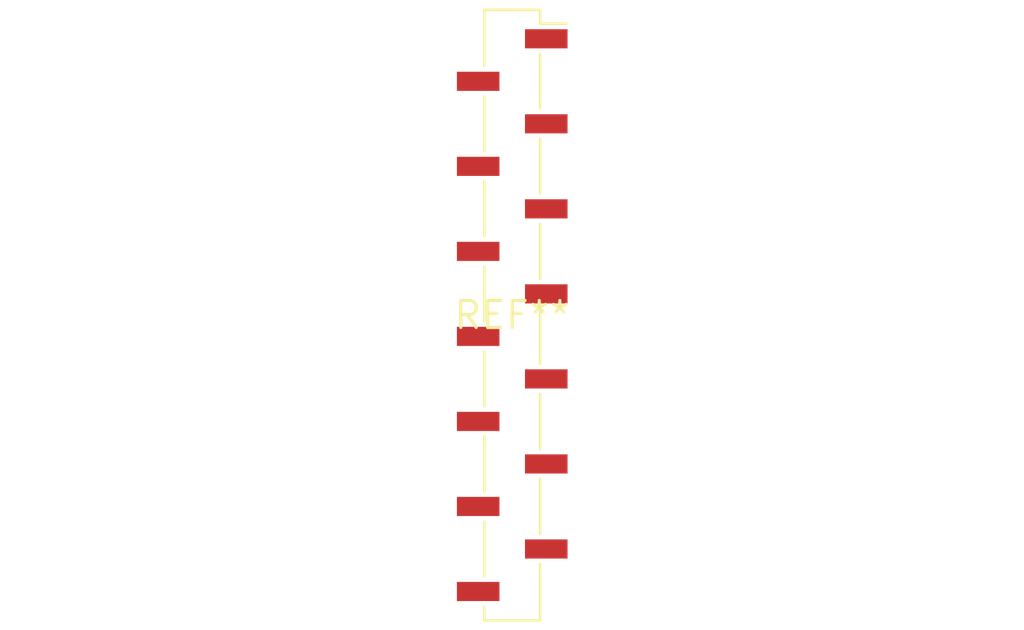
<source format=kicad_pcb>
(kicad_pcb (version 20240108) (generator pcbnew)
  (layers (0 "F.Cu" signal) (31 "B.Cu" signal) (34 "B.Paste" user) (35 "F.Paste" user) (36 "B.SilkS" user "B.Silkscreen") (37 "F.SilkS" user "F.Silkscreen") (38 "B.Mask" user) (39 "F.Mask" user) (44 "Edge.Cuts" user))
  (net 0 "")
  (footprint "PinSocket_1x14_P2.00mm_Vertical_SMD_Pin1Right" (layer "F.Cu") (at 0 0)
    (property "Reference" "REF**")
    (property "Value" "PinSocket_1x14_P2.00mm_Vertical_SMD_Pin1Right")
    (fp_line (start -1.31 -14.36) (end -1.31 -11.71) (layer "F.SilkS") (stroke (width 0.12)))
    (fp_line (start -1.31 -14.36) (end 1.31 -14.36) (layer "F.SilkS") (stroke (width 0.12)))
    (fp_line (start -1.31 -10.29) (end -1.31 -7.71) (layer "F.SilkS") (stroke (width 0.12)))
    (fp_line (start -1.31 -6.29) (end -1.31 -3.71) (layer "F.SilkS") (stroke (width 0.12)))
    (fp_line (start -1.31 -2.29) (end -1.31 0.29) (layer "F.SilkS") (stroke (width 0.12)))
    (fp_line (start -1.31 1.71) (end -1.31 4.29) (layer "F.SilkS") (stroke (width 0.12)))
    (fp_line (start -1.31 5.71) (end -1.31 8.29) (layer "F.SilkS") (stroke (width 0.12)))
    (fp_line (start -1.31 9.71) (end -1.31 12.29) (layer "F.SilkS") (stroke (width 0.12)))
    (fp_line (start -1.31 13.71) (end -1.31 14.36) (layer "F.SilkS") (stroke (width 0.12)))
    (fp_line (start -1.31 14.36) (end 1.31 14.36) (layer "F.SilkS") (stroke (width 0.12)))
    (fp_line (start 1.31 -14.36) (end 1.31 -13.71) (layer "F.SilkS") (stroke (width 0.12)))
    (fp_line (start 1.31 -13.71) (end 2.54 -13.71) (layer "F.SilkS") (stroke (width 0.12)))
    (fp_line (start 1.31 -12.29) (end 1.31 -9.71) (layer "F.SilkS") (stroke (width 0.12)))
    (fp_line (start 1.31 -8.29) (end 1.31 -5.71) (layer "F.SilkS") (stroke (width 0.12)))
    (fp_line (start 1.31 -4.29) (end 1.31 -1.71) (layer "F.SilkS") (stroke (width 0.12)))
    (fp_line (start 1.31 -0.29) (end 1.31 2.29) (layer "F.SilkS") (stroke (width 0.12)))
    (fp_line (start 1.31 3.71) (end 1.31 6.29) (layer "F.SilkS") (stroke (width 0.12)))
    (fp_line (start 1.31 7.71) (end 1.31 10.29) (layer "F.SilkS") (stroke (width 0.12)))
    (fp_line (start 1.31 11.71) (end 1.31 14.36) (layer "F.SilkS") (stroke (width 0.12)))
    (pad "1" smd rect (at 1.6 -13) (size 2 0.9) (layers "F.Cu" "F.Paste" "F.Mask"))
    (pad "2" smd rect (at -1.6 -11) (size 2 0.9) (layers "F.Cu" "F.Paste" "F.Mask"))
    (pad "3" smd rect (at 1.6 -9) (size 2 0.9) (layers "F.Cu" "F.Paste" "F.Mask"))
    (pad "4" smd rect (at -1.6 -7) (size 2 0.9) (layers "F.Cu" "F.Paste" "F.Mask"))
    (pad "5" smd rect (at 1.6 -5) (size 2 0.9) (layers "F.Cu" "F.Paste" "F.Mask"))
    (pad "6" smd rect (at -1.6 -3) (size 2 0.9) (layers "F.Cu" "F.Paste" "F.Mask"))
    (pad "7" smd rect (at 1.6 -1) (size 2 0.9) (layers "F.Cu" "F.Paste" "F.Mask"))
    (pad "8" smd rect (at -1.6 1) (size 2 0.9) (layers "F.Cu" "F.Paste" "F.Mask"))
    (pad "9" smd rect (at 1.6 3) (size 2 0.9) (layers "F.Cu" "F.Paste" "F.Mask"))
    (pad "10" smd rect (at -1.6 5) (size 2 0.9) (layers "F.Cu" "F.Paste" "F.Mask"))
    (pad "11" smd rect (at 1.6 7) (size 2 0.9) (layers "F.Cu" "F.Paste" "F.Mask"))
    (pad "12" smd rect (at -1.6 9) (size 2 0.9) (layers "F.Cu" "F.Paste" "F.Mask"))
    (pad "13" smd rect (at 1.6 11) (size 2 0.9) (layers "F.Cu" "F.Paste" "F.Mask"))
    (pad "14" smd rect (at -1.6 13) (size 2 0.9) (layers "F.Cu" "F.Paste" "F.Mask"))
  )
)
</source>
